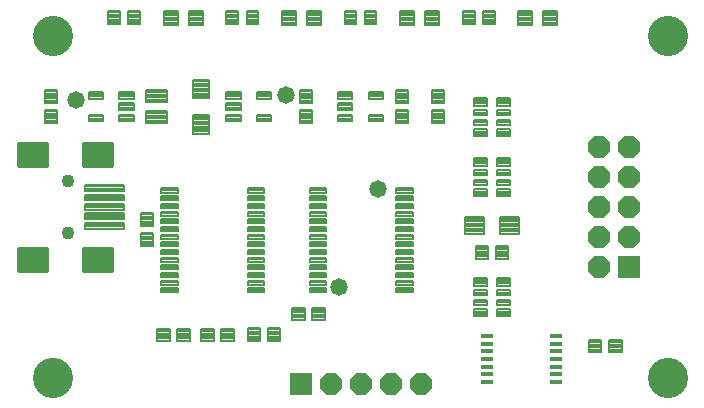
<source format=gts>
G75*
G70*
%OFA0B0*%
%FSLAX24Y24*%
%IPPOS*%
%LPD*%
%AMOC8*
5,1,8,0,0,1.08239X$1,22.5*
%
%ADD10C,0.0081*%
%ADD11C,0.0083*%
%ADD12C,0.0082*%
%ADD13C,0.0082*%
%ADD14R,0.0394X0.0177*%
%ADD15C,0.0087*%
%ADD16C,0.0080*%
%ADD17C,0.0434*%
%ADD18C,0.0081*%
%ADD19C,0.0082*%
%ADD20C,0.0080*%
%ADD21R,0.0720X0.0720*%
%ADD22OC8,0.0720*%
%ADD23C,0.1340*%
%ADD24C,0.0580*%
D10*
X009431Y007830D02*
X009863Y007830D01*
X009863Y007436D01*
X009431Y007436D01*
X009431Y007830D01*
X009431Y007516D02*
X009863Y007516D01*
X009863Y007596D02*
X009431Y007596D01*
X009431Y007676D02*
X009863Y007676D01*
X009863Y007756D02*
X009431Y007756D01*
X010101Y007830D02*
X010533Y007830D01*
X010533Y007436D01*
X010101Y007436D01*
X010101Y007830D01*
X010101Y007516D02*
X010533Y007516D01*
X010533Y007596D02*
X010101Y007596D01*
X010101Y007676D02*
X010533Y007676D01*
X010533Y007756D02*
X010101Y007756D01*
X010881Y007830D02*
X011313Y007830D01*
X011313Y007436D01*
X010881Y007436D01*
X010881Y007830D01*
X010881Y007516D02*
X011313Y007516D01*
X011313Y007596D02*
X010881Y007596D01*
X010881Y007676D02*
X011313Y007676D01*
X011313Y007756D02*
X010881Y007756D01*
X011551Y007830D02*
X011983Y007830D01*
X011983Y007436D01*
X011551Y007436D01*
X011551Y007830D01*
X011551Y007516D02*
X011983Y007516D01*
X011983Y007596D02*
X011551Y007596D01*
X011551Y007676D02*
X011983Y007676D01*
X011983Y007756D02*
X011551Y007756D01*
X012450Y007849D02*
X012844Y007849D01*
X012844Y007417D01*
X012450Y007417D01*
X012450Y007849D01*
X012450Y007497D02*
X012844Y007497D01*
X012844Y007577D02*
X012450Y007577D01*
X012450Y007657D02*
X012844Y007657D01*
X012844Y007737D02*
X012450Y007737D01*
X012450Y007817D02*
X012844Y007817D01*
X013120Y007849D02*
X013514Y007849D01*
X013514Y007417D01*
X013120Y007417D01*
X013120Y007849D01*
X013120Y007497D02*
X013514Y007497D01*
X013514Y007577D02*
X013120Y007577D01*
X013120Y007657D02*
X013514Y007657D01*
X013514Y007737D02*
X013120Y007737D01*
X013120Y007817D02*
X013514Y007817D01*
X013931Y008538D02*
X014363Y008538D01*
X014363Y008144D01*
X013931Y008144D01*
X013931Y008538D01*
X013931Y008224D02*
X014363Y008224D01*
X014363Y008304D02*
X013931Y008304D01*
X013931Y008384D02*
X014363Y008384D01*
X014363Y008464D02*
X013931Y008464D01*
X014601Y008538D02*
X015033Y008538D01*
X015033Y008144D01*
X014601Y008144D01*
X014601Y008538D01*
X014601Y008224D02*
X015033Y008224D01*
X015033Y008304D02*
X014601Y008304D01*
X014601Y008384D02*
X015033Y008384D01*
X015033Y008464D02*
X014601Y008464D01*
X008885Y010582D02*
X008885Y011014D01*
X009279Y011014D01*
X009279Y010582D01*
X008885Y010582D01*
X008885Y010662D02*
X009279Y010662D01*
X009279Y010742D02*
X008885Y010742D01*
X008885Y010822D02*
X009279Y010822D01*
X009279Y010902D02*
X008885Y010902D01*
X008885Y010982D02*
X009279Y010982D01*
X008885Y011251D02*
X008885Y011683D01*
X009279Y011683D01*
X009279Y011251D01*
X008885Y011251D01*
X008885Y011331D02*
X009279Y011331D01*
X009279Y011411D02*
X008885Y011411D01*
X008885Y011491D02*
X009279Y011491D01*
X009279Y011571D02*
X008885Y011571D01*
X008885Y011651D02*
X009279Y011651D01*
X005697Y014690D02*
X005697Y015122D01*
X006091Y015122D01*
X006091Y014690D01*
X005697Y014690D01*
X005697Y014770D02*
X006091Y014770D01*
X006091Y014850D02*
X005697Y014850D01*
X005697Y014930D02*
X006091Y014930D01*
X006091Y015010D02*
X005697Y015010D01*
X005697Y015090D02*
X006091Y015090D01*
X005697Y015360D02*
X005697Y015792D01*
X006091Y015792D01*
X006091Y015360D01*
X005697Y015360D01*
X005697Y015440D02*
X006091Y015440D01*
X006091Y015520D02*
X005697Y015520D01*
X005697Y015600D02*
X006091Y015600D01*
X006091Y015680D02*
X005697Y015680D01*
X005697Y015760D02*
X006091Y015760D01*
X007800Y018415D02*
X008194Y018415D01*
X008194Y017983D01*
X007800Y017983D01*
X007800Y018415D01*
X007800Y018063D02*
X008194Y018063D01*
X008194Y018143D02*
X007800Y018143D01*
X007800Y018223D02*
X008194Y018223D01*
X008194Y018303D02*
X007800Y018303D01*
X007800Y018383D02*
X008194Y018383D01*
X008469Y018415D02*
X008863Y018415D01*
X008863Y017983D01*
X008469Y017983D01*
X008469Y018415D01*
X008469Y018063D02*
X008863Y018063D01*
X008863Y018143D02*
X008469Y018143D01*
X008469Y018223D02*
X008863Y018223D01*
X008863Y018303D02*
X008469Y018303D01*
X008469Y018383D02*
X008863Y018383D01*
X011737Y018415D02*
X012131Y018415D01*
X012131Y017983D01*
X011737Y017983D01*
X011737Y018415D01*
X011737Y018063D02*
X012131Y018063D01*
X012131Y018143D02*
X011737Y018143D01*
X011737Y018223D02*
X012131Y018223D01*
X012131Y018303D02*
X011737Y018303D01*
X011737Y018383D02*
X012131Y018383D01*
X012406Y018415D02*
X012800Y018415D01*
X012800Y017983D01*
X012406Y017983D01*
X012406Y018415D01*
X012406Y018063D02*
X012800Y018063D01*
X012800Y018143D02*
X012406Y018143D01*
X012406Y018223D02*
X012800Y018223D01*
X012800Y018303D02*
X012406Y018303D01*
X012406Y018383D02*
X012800Y018383D01*
X015674Y018415D02*
X016068Y018415D01*
X016068Y017983D01*
X015674Y017983D01*
X015674Y018415D01*
X015674Y018063D02*
X016068Y018063D01*
X016068Y018143D02*
X015674Y018143D01*
X015674Y018223D02*
X016068Y018223D01*
X016068Y018303D02*
X015674Y018303D01*
X015674Y018383D02*
X016068Y018383D01*
X016343Y018415D02*
X016737Y018415D01*
X016737Y017983D01*
X016343Y017983D01*
X016343Y018415D01*
X016343Y018063D02*
X016737Y018063D01*
X016737Y018143D02*
X016343Y018143D01*
X016343Y018223D02*
X016737Y018223D01*
X016737Y018303D02*
X016343Y018303D01*
X016343Y018383D02*
X016737Y018383D01*
X019611Y018415D02*
X020005Y018415D01*
X020005Y017983D01*
X019611Y017983D01*
X019611Y018415D01*
X019611Y018063D02*
X020005Y018063D01*
X020005Y018143D02*
X019611Y018143D01*
X019611Y018223D02*
X020005Y018223D01*
X020005Y018303D02*
X019611Y018303D01*
X019611Y018383D02*
X020005Y018383D01*
X020280Y018415D02*
X020674Y018415D01*
X020674Y017983D01*
X020280Y017983D01*
X020280Y018415D01*
X020280Y018063D02*
X020674Y018063D01*
X020674Y018143D02*
X020280Y018143D01*
X020280Y018223D02*
X020674Y018223D01*
X020674Y018303D02*
X020280Y018303D01*
X020280Y018383D02*
X020674Y018383D01*
X018979Y015792D02*
X018979Y015360D01*
X018585Y015360D01*
X018585Y015792D01*
X018979Y015792D01*
X018979Y015440D02*
X018585Y015440D01*
X018585Y015520D02*
X018979Y015520D01*
X018979Y015600D02*
X018585Y015600D01*
X018585Y015680D02*
X018979Y015680D01*
X018979Y015760D02*
X018585Y015760D01*
X017385Y015792D02*
X017385Y015360D01*
X017385Y015792D02*
X017779Y015792D01*
X017779Y015360D01*
X017385Y015360D01*
X017385Y015440D02*
X017779Y015440D01*
X017779Y015520D02*
X017385Y015520D01*
X017385Y015600D02*
X017779Y015600D01*
X017779Y015680D02*
X017385Y015680D01*
X017385Y015760D02*
X017779Y015760D01*
X017385Y015122D02*
X017385Y014690D01*
X017385Y015122D02*
X017779Y015122D01*
X017779Y014690D01*
X017385Y014690D01*
X017385Y014770D02*
X017779Y014770D01*
X017779Y014850D02*
X017385Y014850D01*
X017385Y014930D02*
X017779Y014930D01*
X017779Y015010D02*
X017385Y015010D01*
X017385Y015090D02*
X017779Y015090D01*
X018979Y015122D02*
X018979Y014690D01*
X018585Y014690D01*
X018585Y015122D01*
X018979Y015122D01*
X018979Y014770D02*
X018585Y014770D01*
X018585Y014850D02*
X018979Y014850D01*
X018979Y014930D02*
X018585Y014930D01*
X018585Y015010D02*
X018979Y015010D01*
X018979Y015090D02*
X018585Y015090D01*
X014197Y015122D02*
X014197Y014690D01*
X014197Y015122D02*
X014591Y015122D01*
X014591Y014690D01*
X014197Y014690D01*
X014197Y014770D02*
X014591Y014770D01*
X014591Y014850D02*
X014197Y014850D01*
X014197Y014930D02*
X014591Y014930D01*
X014591Y015010D02*
X014197Y015010D01*
X014197Y015090D02*
X014591Y015090D01*
X014197Y015360D02*
X014197Y015792D01*
X014591Y015792D01*
X014591Y015360D01*
X014197Y015360D01*
X014197Y015440D02*
X014591Y015440D01*
X014591Y015520D02*
X014197Y015520D01*
X014197Y015600D02*
X014591Y015600D01*
X014591Y015680D02*
X014197Y015680D01*
X014197Y015760D02*
X014591Y015760D01*
X020050Y010599D02*
X020444Y010599D01*
X020444Y010167D01*
X020050Y010167D01*
X020050Y010599D01*
X020050Y010247D02*
X020444Y010247D01*
X020444Y010327D02*
X020050Y010327D01*
X020050Y010407D02*
X020444Y010407D01*
X020444Y010487D02*
X020050Y010487D01*
X020050Y010567D02*
X020444Y010567D01*
X020720Y010599D02*
X021114Y010599D01*
X021114Y010167D01*
X020720Y010167D01*
X020720Y010599D01*
X020720Y010247D02*
X021114Y010247D01*
X021114Y010327D02*
X020720Y010327D01*
X020720Y010407D02*
X021114Y010407D01*
X021114Y010487D02*
X020720Y010487D01*
X020720Y010567D02*
X021114Y010567D01*
X023806Y007061D02*
X024238Y007061D01*
X023806Y007061D02*
X023806Y007455D01*
X024238Y007455D01*
X024238Y007061D01*
X024238Y007141D02*
X023806Y007141D01*
X023806Y007221D02*
X024238Y007221D01*
X024238Y007301D02*
X023806Y007301D01*
X023806Y007381D02*
X024238Y007381D01*
X024476Y007061D02*
X024908Y007061D01*
X024476Y007061D02*
X024476Y007455D01*
X024908Y007455D01*
X024908Y007061D01*
X024908Y007141D02*
X024476Y007141D01*
X024476Y007221D02*
X024908Y007221D01*
X024908Y007301D02*
X024476Y007301D01*
X024476Y007381D02*
X024908Y007381D01*
D11*
X022289Y017964D02*
X022289Y018434D01*
X022759Y018434D01*
X022759Y017964D01*
X022289Y017964D01*
X022289Y018046D02*
X022759Y018046D01*
X022759Y018128D02*
X022289Y018128D01*
X022289Y018210D02*
X022759Y018210D01*
X022759Y018292D02*
X022289Y018292D01*
X022289Y018374D02*
X022759Y018374D01*
X021462Y018434D02*
X021462Y017964D01*
X021462Y018434D02*
X021932Y018434D01*
X021932Y017964D01*
X021462Y017964D01*
X021462Y018046D02*
X021932Y018046D01*
X021932Y018128D02*
X021462Y018128D01*
X021462Y018210D02*
X021932Y018210D01*
X021932Y018292D02*
X021462Y018292D01*
X021462Y018374D02*
X021932Y018374D01*
X018352Y018434D02*
X018352Y017964D01*
X018352Y018434D02*
X018822Y018434D01*
X018822Y017964D01*
X018352Y017964D01*
X018352Y018046D02*
X018822Y018046D01*
X018822Y018128D02*
X018352Y018128D01*
X018352Y018210D02*
X018822Y018210D01*
X018822Y018292D02*
X018352Y018292D01*
X018352Y018374D02*
X018822Y018374D01*
X017525Y018434D02*
X017525Y017964D01*
X017525Y018434D02*
X017995Y018434D01*
X017995Y017964D01*
X017525Y017964D01*
X017525Y018046D02*
X017995Y018046D01*
X017995Y018128D02*
X017525Y018128D01*
X017525Y018210D02*
X017995Y018210D01*
X017995Y018292D02*
X017525Y018292D01*
X017525Y018374D02*
X017995Y018374D01*
X014415Y018434D02*
X014415Y017964D01*
X014415Y018434D02*
X014885Y018434D01*
X014885Y017964D01*
X014415Y017964D01*
X014415Y018046D02*
X014885Y018046D01*
X014885Y018128D02*
X014415Y018128D01*
X014415Y018210D02*
X014885Y018210D01*
X014885Y018292D02*
X014415Y018292D01*
X014415Y018374D02*
X014885Y018374D01*
X013588Y018434D02*
X013588Y017964D01*
X013588Y018434D02*
X014058Y018434D01*
X014058Y017964D01*
X013588Y017964D01*
X013588Y018046D02*
X014058Y018046D01*
X014058Y018128D02*
X013588Y018128D01*
X013588Y018210D02*
X014058Y018210D01*
X014058Y018292D02*
X013588Y018292D01*
X013588Y018374D02*
X014058Y018374D01*
X010478Y018434D02*
X010478Y017964D01*
X010478Y018434D02*
X010948Y018434D01*
X010948Y017964D01*
X010478Y017964D01*
X010478Y018046D02*
X010948Y018046D01*
X010948Y018128D02*
X010478Y018128D01*
X010478Y018210D02*
X010948Y018210D01*
X010948Y018292D02*
X010478Y018292D01*
X010478Y018374D02*
X010948Y018374D01*
X009651Y018434D02*
X009651Y017964D01*
X009651Y018434D02*
X010121Y018434D01*
X010121Y017964D01*
X009651Y017964D01*
X009651Y018046D02*
X010121Y018046D01*
X010121Y018128D02*
X009651Y018128D01*
X009651Y018210D02*
X010121Y018210D01*
X010121Y018292D02*
X009651Y018292D01*
X009651Y018374D02*
X010121Y018374D01*
D12*
X010620Y016146D02*
X010620Y015518D01*
X010620Y016146D02*
X011168Y016146D01*
X011168Y015518D01*
X010620Y015518D01*
X010620Y015599D02*
X011168Y015599D01*
X011168Y015680D02*
X010620Y015680D01*
X010620Y015761D02*
X011168Y015761D01*
X011168Y015842D02*
X010620Y015842D01*
X010620Y015923D02*
X011168Y015923D01*
X011168Y016004D02*
X010620Y016004D01*
X010620Y016085D02*
X011168Y016085D01*
X011168Y014965D02*
X011168Y014337D01*
X010620Y014337D01*
X010620Y014965D01*
X011168Y014965D01*
X011168Y014418D02*
X010620Y014418D01*
X010620Y014499D02*
X011168Y014499D01*
X011168Y014580D02*
X010620Y014580D01*
X010620Y014661D02*
X011168Y014661D01*
X011168Y014742D02*
X010620Y014742D01*
X010620Y014823D02*
X011168Y014823D01*
X011168Y014904D02*
X010620Y014904D01*
X019678Y011009D02*
X020306Y011009D01*
X019678Y011009D02*
X019678Y011557D01*
X020306Y011557D01*
X020306Y011009D01*
X020306Y011090D02*
X019678Y011090D01*
X019678Y011171D02*
X020306Y011171D01*
X020306Y011252D02*
X019678Y011252D01*
X019678Y011333D02*
X020306Y011333D01*
X020306Y011414D02*
X019678Y011414D01*
X019678Y011495D02*
X020306Y011495D01*
X020859Y011557D02*
X021487Y011557D01*
X021487Y011009D01*
X020859Y011009D01*
X020859Y011557D01*
X020859Y011090D02*
X021487Y011090D01*
X021487Y011171D02*
X020859Y011171D01*
X020859Y011252D02*
X021487Y011252D01*
X021487Y011333D02*
X020859Y011333D01*
X020859Y011414D02*
X021487Y011414D01*
X021487Y011495D02*
X020859Y011495D01*
D13*
X009743Y014691D02*
X009045Y014691D01*
X009045Y015091D01*
X009743Y015091D01*
X009743Y014691D01*
X009743Y014772D02*
X009045Y014772D01*
X009045Y014853D02*
X009743Y014853D01*
X009743Y014934D02*
X009045Y014934D01*
X009045Y015015D02*
X009743Y015015D01*
X009743Y015391D02*
X009045Y015391D01*
X009045Y015791D01*
X009743Y015791D01*
X009743Y015391D01*
X009743Y015472D02*
X009045Y015472D01*
X009045Y015553D02*
X009743Y015553D01*
X009743Y015634D02*
X009045Y015634D01*
X009045Y015715D02*
X009743Y015715D01*
D14*
X020431Y007600D03*
X020431Y007344D03*
X020431Y007089D03*
X020431Y006833D03*
X020431Y006577D03*
X020431Y006321D03*
X020431Y006065D03*
X022734Y006065D03*
X022734Y006321D03*
X022734Y006577D03*
X022734Y006833D03*
X022734Y007089D03*
X022734Y007344D03*
X022734Y007600D03*
D15*
X006957Y009758D02*
X006957Y010538D01*
X007935Y010538D01*
X007935Y009758D01*
X006957Y009758D01*
X006957Y009844D02*
X007935Y009844D01*
X007935Y009930D02*
X006957Y009930D01*
X006957Y010016D02*
X007935Y010016D01*
X007935Y010102D02*
X006957Y010102D01*
X006957Y010188D02*
X007935Y010188D01*
X007935Y010274D02*
X006957Y010274D01*
X006957Y010360D02*
X007935Y010360D01*
X007935Y010446D02*
X006957Y010446D01*
X006957Y010532D02*
X007935Y010532D01*
X004791Y010538D02*
X004791Y009758D01*
X004791Y010538D02*
X005769Y010538D01*
X005769Y009758D01*
X004791Y009758D01*
X004791Y009844D02*
X005769Y009844D01*
X005769Y009930D02*
X004791Y009930D01*
X004791Y010016D02*
X005769Y010016D01*
X005769Y010102D02*
X004791Y010102D01*
X004791Y010188D02*
X005769Y010188D01*
X005769Y010274D02*
X004791Y010274D01*
X004791Y010360D02*
X005769Y010360D01*
X005769Y010446D02*
X004791Y010446D01*
X004791Y010532D02*
X005769Y010532D01*
X004791Y013261D02*
X004791Y014041D01*
X005769Y014041D01*
X005769Y013261D01*
X004791Y013261D01*
X004791Y013347D02*
X005769Y013347D01*
X005769Y013433D02*
X004791Y013433D01*
X004791Y013519D02*
X005769Y013519D01*
X005769Y013605D02*
X004791Y013605D01*
X004791Y013691D02*
X005769Y013691D01*
X005769Y013777D02*
X004791Y013777D01*
X004791Y013863D02*
X005769Y013863D01*
X005769Y013949D02*
X004791Y013949D01*
X004791Y014035D02*
X005769Y014035D01*
X006957Y014041D02*
X006957Y013261D01*
X006957Y014041D02*
X007935Y014041D01*
X007935Y013261D01*
X006957Y013261D01*
X006957Y013347D02*
X007935Y013347D01*
X007935Y013433D02*
X006957Y013433D01*
X006957Y013519D02*
X007935Y013519D01*
X007935Y013605D02*
X006957Y013605D01*
X006957Y013691D02*
X007935Y013691D01*
X007935Y013777D02*
X006957Y013777D01*
X006957Y013863D02*
X007935Y013863D01*
X007935Y013949D02*
X006957Y013949D01*
X006957Y014035D02*
X007935Y014035D01*
D16*
X007033Y012627D02*
X007033Y012431D01*
X007033Y012627D02*
X008331Y012627D01*
X008331Y012431D01*
X007033Y012431D01*
X007033Y012510D02*
X008331Y012510D01*
X008331Y012589D02*
X007033Y012589D01*
X007033Y012312D02*
X007033Y012116D01*
X007033Y012312D02*
X008331Y012312D01*
X008331Y012116D01*
X007033Y012116D01*
X007033Y012195D02*
X008331Y012195D01*
X008331Y012274D02*
X007033Y012274D01*
X007033Y011998D02*
X007033Y011802D01*
X007033Y011998D02*
X008331Y011998D01*
X008331Y011802D01*
X007033Y011802D01*
X007033Y011881D02*
X008331Y011881D01*
X008331Y011960D02*
X007033Y011960D01*
X007033Y011683D02*
X007033Y011487D01*
X007033Y011683D02*
X008331Y011683D01*
X008331Y011487D01*
X007033Y011487D01*
X007033Y011566D02*
X008331Y011566D01*
X008331Y011645D02*
X007033Y011645D01*
X007033Y011368D02*
X007033Y011172D01*
X007033Y011368D02*
X008331Y011368D01*
X008331Y011172D01*
X007033Y011172D01*
X007033Y011251D02*
X008331Y011251D01*
X008331Y011330D02*
X007033Y011330D01*
X010118Y011354D02*
X010118Y011490D01*
X010118Y011354D02*
X009568Y011354D01*
X009568Y011490D01*
X010118Y011490D01*
X010118Y011433D02*
X009568Y011433D01*
X010118Y011610D02*
X010118Y011746D01*
X010118Y011610D02*
X009568Y011610D01*
X009568Y011746D01*
X010118Y011746D01*
X010118Y011689D02*
X009568Y011689D01*
X010118Y011866D02*
X010118Y012002D01*
X010118Y011866D02*
X009568Y011866D01*
X009568Y012002D01*
X010118Y012002D01*
X010118Y011945D02*
X009568Y011945D01*
X010118Y012122D02*
X010118Y012258D01*
X010118Y012122D02*
X009568Y012122D01*
X009568Y012258D01*
X010118Y012258D01*
X010118Y012201D02*
X009568Y012201D01*
X010118Y012378D02*
X010118Y012514D01*
X010118Y012378D02*
X009568Y012378D01*
X009568Y012514D01*
X010118Y012514D01*
X010118Y012457D02*
X009568Y012457D01*
X010118Y011234D02*
X010118Y011098D01*
X009568Y011098D01*
X009568Y011234D01*
X010118Y011234D01*
X010118Y011177D02*
X009568Y011177D01*
X010118Y010979D02*
X010118Y010843D01*
X009568Y010843D01*
X009568Y010979D01*
X010118Y010979D01*
X010118Y010922D02*
X009568Y010922D01*
X010118Y010723D02*
X010118Y010587D01*
X009568Y010587D01*
X009568Y010723D01*
X010118Y010723D01*
X010118Y010666D02*
X009568Y010666D01*
X010118Y010467D02*
X010118Y010331D01*
X009568Y010331D01*
X009568Y010467D01*
X010118Y010467D01*
X010118Y010410D02*
X009568Y010410D01*
X010118Y010211D02*
X010118Y010075D01*
X009568Y010075D01*
X009568Y010211D01*
X010118Y010211D01*
X010118Y010154D02*
X009568Y010154D01*
X010118Y009955D02*
X010118Y009819D01*
X009568Y009819D01*
X009568Y009955D01*
X010118Y009955D01*
X010118Y009898D02*
X009568Y009898D01*
X010118Y009699D02*
X010118Y009563D01*
X009568Y009563D01*
X009568Y009699D01*
X010118Y009699D01*
X010118Y009642D02*
X009568Y009642D01*
X010118Y009443D02*
X010118Y009307D01*
X009568Y009307D01*
X009568Y009443D01*
X010118Y009443D01*
X010118Y009386D02*
X009568Y009386D01*
X010118Y009187D02*
X010118Y009051D01*
X009568Y009051D01*
X009568Y009187D01*
X010118Y009187D01*
X010118Y009130D02*
X009568Y009130D01*
X012996Y009187D02*
X012996Y009051D01*
X012446Y009051D01*
X012446Y009187D01*
X012996Y009187D01*
X012996Y009130D02*
X012446Y009130D01*
X012996Y009307D02*
X012996Y009443D01*
X012996Y009307D02*
X012446Y009307D01*
X012446Y009443D01*
X012996Y009443D01*
X012996Y009386D02*
X012446Y009386D01*
X012996Y009563D02*
X012996Y009699D01*
X012996Y009563D02*
X012446Y009563D01*
X012446Y009699D01*
X012996Y009699D01*
X012996Y009642D02*
X012446Y009642D01*
X012996Y009819D02*
X012996Y009955D01*
X012996Y009819D02*
X012446Y009819D01*
X012446Y009955D01*
X012996Y009955D01*
X012996Y009898D02*
X012446Y009898D01*
X012996Y010075D02*
X012996Y010211D01*
X012996Y010075D02*
X012446Y010075D01*
X012446Y010211D01*
X012996Y010211D01*
X012996Y010154D02*
X012446Y010154D01*
X012996Y010331D02*
X012996Y010467D01*
X012996Y010331D02*
X012446Y010331D01*
X012446Y010467D01*
X012996Y010467D01*
X012996Y010410D02*
X012446Y010410D01*
X012996Y010587D02*
X012996Y010723D01*
X012996Y010587D02*
X012446Y010587D01*
X012446Y010723D01*
X012996Y010723D01*
X012996Y010666D02*
X012446Y010666D01*
X012996Y010843D02*
X012996Y010979D01*
X012996Y010843D02*
X012446Y010843D01*
X012446Y010979D01*
X012996Y010979D01*
X012996Y010922D02*
X012446Y010922D01*
X012996Y011098D02*
X012996Y011234D01*
X012996Y011098D02*
X012446Y011098D01*
X012446Y011234D01*
X012996Y011234D01*
X012996Y011177D02*
X012446Y011177D01*
X012996Y011354D02*
X012996Y011490D01*
X012996Y011354D02*
X012446Y011354D01*
X012446Y011490D01*
X012996Y011490D01*
X012996Y011433D02*
X012446Y011433D01*
X012996Y011610D02*
X012996Y011746D01*
X012996Y011610D02*
X012446Y011610D01*
X012446Y011746D01*
X012996Y011746D01*
X012996Y011689D02*
X012446Y011689D01*
X012996Y011866D02*
X012996Y012002D01*
X012996Y011866D02*
X012446Y011866D01*
X012446Y012002D01*
X012996Y012002D01*
X012996Y011945D02*
X012446Y011945D01*
X012996Y012122D02*
X012996Y012258D01*
X012996Y012122D02*
X012446Y012122D01*
X012446Y012258D01*
X012996Y012258D01*
X012996Y012201D02*
X012446Y012201D01*
X012996Y012378D02*
X012996Y012514D01*
X012996Y012378D02*
X012446Y012378D01*
X012446Y012514D01*
X012996Y012514D01*
X012996Y012457D02*
X012446Y012457D01*
X014518Y012514D02*
X014518Y012378D01*
X014518Y012514D02*
X015068Y012514D01*
X015068Y012378D01*
X014518Y012378D01*
X014518Y012457D02*
X015068Y012457D01*
X014518Y012258D02*
X014518Y012122D01*
X014518Y012258D02*
X015068Y012258D01*
X015068Y012122D01*
X014518Y012122D01*
X014518Y012201D02*
X015068Y012201D01*
X014518Y012002D02*
X014518Y011866D01*
X014518Y012002D02*
X015068Y012002D01*
X015068Y011866D01*
X014518Y011866D01*
X014518Y011945D02*
X015068Y011945D01*
X014518Y011746D02*
X014518Y011610D01*
X014518Y011746D02*
X015068Y011746D01*
X015068Y011610D01*
X014518Y011610D01*
X014518Y011689D02*
X015068Y011689D01*
X014518Y011490D02*
X014518Y011354D01*
X014518Y011490D02*
X015068Y011490D01*
X015068Y011354D01*
X014518Y011354D01*
X014518Y011433D02*
X015068Y011433D01*
X014518Y011234D02*
X014518Y011098D01*
X014518Y011234D02*
X015068Y011234D01*
X015068Y011098D01*
X014518Y011098D01*
X014518Y011177D02*
X015068Y011177D01*
X014518Y010979D02*
X014518Y010843D01*
X014518Y010979D02*
X015068Y010979D01*
X015068Y010843D01*
X014518Y010843D01*
X014518Y010922D02*
X015068Y010922D01*
X014518Y010723D02*
X014518Y010587D01*
X014518Y010723D02*
X015068Y010723D01*
X015068Y010587D01*
X014518Y010587D01*
X014518Y010666D02*
X015068Y010666D01*
X014518Y010467D02*
X014518Y010331D01*
X014518Y010467D02*
X015068Y010467D01*
X015068Y010331D01*
X014518Y010331D01*
X014518Y010410D02*
X015068Y010410D01*
X014518Y010211D02*
X014518Y010075D01*
X014518Y010211D02*
X015068Y010211D01*
X015068Y010075D01*
X014518Y010075D01*
X014518Y010154D02*
X015068Y010154D01*
X014518Y009955D02*
X014518Y009819D01*
X014518Y009955D02*
X015068Y009955D01*
X015068Y009819D01*
X014518Y009819D01*
X014518Y009898D02*
X015068Y009898D01*
X014518Y009699D02*
X014518Y009563D01*
X014518Y009699D02*
X015068Y009699D01*
X015068Y009563D01*
X014518Y009563D01*
X014518Y009642D02*
X015068Y009642D01*
X014518Y009443D02*
X014518Y009307D01*
X014518Y009443D02*
X015068Y009443D01*
X015068Y009307D01*
X014518Y009307D01*
X014518Y009386D02*
X015068Y009386D01*
X014518Y009187D02*
X014518Y009051D01*
X014518Y009187D02*
X015068Y009187D01*
X015068Y009051D01*
X014518Y009051D01*
X014518Y009130D02*
X015068Y009130D01*
X017396Y009187D02*
X017396Y009051D01*
X017396Y009187D02*
X017946Y009187D01*
X017946Y009051D01*
X017396Y009051D01*
X017396Y009130D02*
X017946Y009130D01*
X017396Y009307D02*
X017396Y009443D01*
X017946Y009443D01*
X017946Y009307D01*
X017396Y009307D01*
X017396Y009386D02*
X017946Y009386D01*
X017396Y009563D02*
X017396Y009699D01*
X017946Y009699D01*
X017946Y009563D01*
X017396Y009563D01*
X017396Y009642D02*
X017946Y009642D01*
X017396Y009819D02*
X017396Y009955D01*
X017946Y009955D01*
X017946Y009819D01*
X017396Y009819D01*
X017396Y009898D02*
X017946Y009898D01*
X017396Y010075D02*
X017396Y010211D01*
X017946Y010211D01*
X017946Y010075D01*
X017396Y010075D01*
X017396Y010154D02*
X017946Y010154D01*
X017396Y010331D02*
X017396Y010467D01*
X017946Y010467D01*
X017946Y010331D01*
X017396Y010331D01*
X017396Y010410D02*
X017946Y010410D01*
X017396Y010587D02*
X017396Y010723D01*
X017946Y010723D01*
X017946Y010587D01*
X017396Y010587D01*
X017396Y010666D02*
X017946Y010666D01*
X017396Y010843D02*
X017396Y010979D01*
X017946Y010979D01*
X017946Y010843D01*
X017396Y010843D01*
X017396Y010922D02*
X017946Y010922D01*
X017396Y011098D02*
X017396Y011234D01*
X017946Y011234D01*
X017946Y011098D01*
X017396Y011098D01*
X017396Y011177D02*
X017946Y011177D01*
X017396Y011354D02*
X017396Y011490D01*
X017946Y011490D01*
X017946Y011354D01*
X017396Y011354D01*
X017396Y011433D02*
X017946Y011433D01*
X017396Y011610D02*
X017396Y011746D01*
X017946Y011746D01*
X017946Y011610D01*
X017396Y011610D01*
X017396Y011689D02*
X017946Y011689D01*
X017396Y011866D02*
X017396Y012002D01*
X017946Y012002D01*
X017946Y011866D01*
X017396Y011866D01*
X017396Y011945D02*
X017946Y011945D01*
X017396Y012122D02*
X017396Y012258D01*
X017946Y012258D01*
X017946Y012122D01*
X017396Y012122D01*
X017396Y012201D02*
X017946Y012201D01*
X017396Y012378D02*
X017396Y012514D01*
X017946Y012514D01*
X017946Y012378D01*
X017396Y012378D01*
X017396Y012457D02*
X017946Y012457D01*
D17*
X006461Y012766D03*
X006461Y011033D03*
D18*
X019972Y012639D02*
X019972Y012811D01*
X020424Y012811D01*
X020424Y012639D01*
X019972Y012639D01*
X019972Y012719D02*
X020424Y012719D01*
X020424Y012799D02*
X019972Y012799D01*
X019972Y012954D02*
X019972Y013126D01*
X020424Y013126D01*
X020424Y012954D01*
X019972Y012954D01*
X019972Y013034D02*
X020424Y013034D01*
X020424Y013114D02*
X019972Y013114D01*
X020740Y013126D02*
X020740Y012954D01*
X020740Y013126D02*
X021192Y013126D01*
X021192Y012954D01*
X020740Y012954D01*
X020740Y013034D02*
X021192Y013034D01*
X021192Y013114D02*
X020740Y013114D01*
X020740Y012811D02*
X020740Y012639D01*
X020740Y012811D02*
X021192Y012811D01*
X021192Y012639D01*
X020740Y012639D01*
X020740Y012719D02*
X021192Y012719D01*
X021192Y012799D02*
X020740Y012799D01*
X020740Y014639D02*
X020740Y014811D01*
X021192Y014811D01*
X021192Y014639D01*
X020740Y014639D01*
X020740Y014719D02*
X021192Y014719D01*
X021192Y014799D02*
X020740Y014799D01*
X020740Y014954D02*
X020740Y015126D01*
X021192Y015126D01*
X021192Y014954D01*
X020740Y014954D01*
X020740Y015034D02*
X021192Y015034D01*
X021192Y015114D02*
X020740Y015114D01*
X019972Y015126D02*
X019972Y014954D01*
X019972Y015126D02*
X020424Y015126D01*
X020424Y014954D01*
X019972Y014954D01*
X019972Y015034D02*
X020424Y015034D01*
X020424Y015114D02*
X019972Y015114D01*
X019972Y014811D02*
X019972Y014639D01*
X019972Y014811D02*
X020424Y014811D01*
X020424Y014639D01*
X019972Y014639D01*
X019972Y014719D02*
X020424Y014719D01*
X020424Y014799D02*
X019972Y014799D01*
X019972Y009126D02*
X019972Y008954D01*
X019972Y009126D02*
X020424Y009126D01*
X020424Y008954D01*
X019972Y008954D01*
X019972Y009034D02*
X020424Y009034D01*
X020424Y009114D02*
X019972Y009114D01*
X019972Y008811D02*
X019972Y008639D01*
X019972Y008811D02*
X020424Y008811D01*
X020424Y008639D01*
X019972Y008639D01*
X019972Y008719D02*
X020424Y008719D01*
X020424Y008799D02*
X019972Y008799D01*
X020740Y008811D02*
X020740Y008639D01*
X020740Y008811D02*
X021192Y008811D01*
X021192Y008639D01*
X020740Y008639D01*
X020740Y008719D02*
X021192Y008719D01*
X021192Y008799D02*
X020740Y008799D01*
X020740Y008954D02*
X020740Y009126D01*
X021192Y009126D01*
X021192Y008954D01*
X020740Y008954D01*
X020740Y009034D02*
X021192Y009034D01*
X021192Y009114D02*
X020740Y009114D01*
D19*
X020741Y009269D02*
X020741Y009515D01*
X021191Y009515D01*
X021191Y009269D01*
X020741Y009269D01*
X020741Y009350D02*
X021191Y009350D01*
X021191Y009431D02*
X020741Y009431D01*
X020741Y009512D02*
X021191Y009512D01*
X019973Y009515D02*
X019973Y009269D01*
X019973Y009515D02*
X020423Y009515D01*
X020423Y009269D01*
X019973Y009269D01*
X019973Y009350D02*
X020423Y009350D01*
X020423Y009431D02*
X019973Y009431D01*
X019973Y009512D02*
X020423Y009512D01*
X019973Y008496D02*
X019973Y008250D01*
X019973Y008496D02*
X020423Y008496D01*
X020423Y008250D01*
X019973Y008250D01*
X019973Y008331D02*
X020423Y008331D01*
X020423Y008412D02*
X019973Y008412D01*
X019973Y008493D02*
X020423Y008493D01*
X020741Y008496D02*
X020741Y008250D01*
X020741Y008496D02*
X021191Y008496D01*
X021191Y008250D01*
X020741Y008250D01*
X020741Y008331D02*
X021191Y008331D01*
X021191Y008412D02*
X020741Y008412D01*
X020741Y008493D02*
X021191Y008493D01*
X020741Y012250D02*
X020741Y012496D01*
X021191Y012496D01*
X021191Y012250D01*
X020741Y012250D01*
X020741Y012331D02*
X021191Y012331D01*
X021191Y012412D02*
X020741Y012412D01*
X020741Y012493D02*
X021191Y012493D01*
X019973Y012496D02*
X019973Y012250D01*
X019973Y012496D02*
X020423Y012496D01*
X020423Y012250D01*
X019973Y012250D01*
X019973Y012331D02*
X020423Y012331D01*
X020423Y012412D02*
X019973Y012412D01*
X019973Y012493D02*
X020423Y012493D01*
X019973Y013269D02*
X019973Y013515D01*
X020423Y013515D01*
X020423Y013269D01*
X019973Y013269D01*
X019973Y013350D02*
X020423Y013350D01*
X020423Y013431D02*
X019973Y013431D01*
X019973Y013512D02*
X020423Y013512D01*
X020741Y013515D02*
X020741Y013269D01*
X020741Y013515D02*
X021191Y013515D01*
X021191Y013269D01*
X020741Y013269D01*
X020741Y013350D02*
X021191Y013350D01*
X021191Y013431D02*
X020741Y013431D01*
X020741Y013512D02*
X021191Y013512D01*
X020741Y014250D02*
X020741Y014496D01*
X021191Y014496D01*
X021191Y014250D01*
X020741Y014250D01*
X020741Y014331D02*
X021191Y014331D01*
X021191Y014412D02*
X020741Y014412D01*
X020741Y014493D02*
X021191Y014493D01*
X019973Y014496D02*
X019973Y014250D01*
X019973Y014496D02*
X020423Y014496D01*
X020423Y014250D01*
X019973Y014250D01*
X019973Y014331D02*
X020423Y014331D01*
X020423Y014412D02*
X019973Y014412D01*
X019973Y014493D02*
X020423Y014493D01*
X019973Y015269D02*
X019973Y015515D01*
X020423Y015515D01*
X020423Y015269D01*
X019973Y015269D01*
X019973Y015350D02*
X020423Y015350D01*
X020423Y015431D02*
X019973Y015431D01*
X019973Y015512D02*
X020423Y015512D01*
X020741Y015515D02*
X020741Y015269D01*
X020741Y015515D02*
X021191Y015515D01*
X021191Y015269D01*
X020741Y015269D01*
X020741Y015350D02*
X021191Y015350D01*
X021191Y015431D02*
X020741Y015431D01*
X020741Y015512D02*
X021191Y015512D01*
D20*
X016481Y015507D02*
X016481Y015723D01*
X016953Y015723D01*
X016953Y015507D01*
X016481Y015507D01*
X016481Y015586D02*
X016953Y015586D01*
X016953Y015665D02*
X016481Y015665D01*
X015458Y015723D02*
X015458Y015507D01*
X015458Y015723D02*
X015930Y015723D01*
X015930Y015507D01*
X015458Y015507D01*
X015458Y015586D02*
X015930Y015586D01*
X015930Y015665D02*
X015458Y015665D01*
X015458Y015349D02*
X015458Y015133D01*
X015458Y015349D02*
X015930Y015349D01*
X015930Y015133D01*
X015458Y015133D01*
X015458Y015212D02*
X015930Y015212D01*
X015930Y015291D02*
X015458Y015291D01*
X015458Y014975D02*
X015458Y014759D01*
X015458Y014975D02*
X015930Y014975D01*
X015930Y014759D01*
X015458Y014759D01*
X015458Y014838D02*
X015930Y014838D01*
X015930Y014917D02*
X015458Y014917D01*
X016481Y014975D02*
X016481Y014759D01*
X016481Y014975D02*
X016953Y014975D01*
X016953Y014759D01*
X016481Y014759D01*
X016481Y014838D02*
X016953Y014838D01*
X016953Y014917D02*
X016481Y014917D01*
X012758Y014975D02*
X012758Y014759D01*
X012758Y014975D02*
X013230Y014975D01*
X013230Y014759D01*
X012758Y014759D01*
X012758Y014838D02*
X013230Y014838D01*
X013230Y014917D02*
X012758Y014917D01*
X012758Y015507D02*
X012758Y015723D01*
X013230Y015723D01*
X013230Y015507D01*
X012758Y015507D01*
X012758Y015586D02*
X013230Y015586D01*
X013230Y015665D02*
X012758Y015665D01*
X011734Y015723D02*
X011734Y015507D01*
X011734Y015723D02*
X012206Y015723D01*
X012206Y015507D01*
X011734Y015507D01*
X011734Y015586D02*
X012206Y015586D01*
X012206Y015665D02*
X011734Y015665D01*
X011734Y015349D02*
X011734Y015133D01*
X011734Y015349D02*
X012206Y015349D01*
X012206Y015133D01*
X011734Y015133D01*
X011734Y015212D02*
X012206Y015212D01*
X012206Y015291D02*
X011734Y015291D01*
X011734Y014975D02*
X011734Y014759D01*
X011734Y014975D02*
X012206Y014975D01*
X012206Y014759D01*
X011734Y014759D01*
X011734Y014838D02*
X012206Y014838D01*
X012206Y014917D02*
X011734Y014917D01*
X008642Y014975D02*
X008642Y014759D01*
X008170Y014759D01*
X008170Y014975D01*
X008642Y014975D01*
X008642Y014838D02*
X008170Y014838D01*
X008170Y014917D02*
X008642Y014917D01*
X008642Y015133D02*
X008642Y015349D01*
X008642Y015133D02*
X008170Y015133D01*
X008170Y015349D01*
X008642Y015349D01*
X008642Y015212D02*
X008170Y015212D01*
X008170Y015291D02*
X008642Y015291D01*
X008642Y015507D02*
X008642Y015723D01*
X008642Y015507D02*
X008170Y015507D01*
X008170Y015723D01*
X008642Y015723D01*
X008642Y015586D02*
X008170Y015586D01*
X008170Y015665D02*
X008642Y015665D01*
X007619Y015723D02*
X007619Y015507D01*
X007147Y015507D01*
X007147Y015723D01*
X007619Y015723D01*
X007619Y015586D02*
X007147Y015586D01*
X007147Y015665D02*
X007619Y015665D01*
X007619Y014975D02*
X007619Y014759D01*
X007147Y014759D01*
X007147Y014975D01*
X007619Y014975D01*
X007619Y014838D02*
X007147Y014838D01*
X007147Y014917D02*
X007619Y014917D01*
D21*
X014205Y005994D03*
X025170Y009900D03*
D22*
X024170Y009900D03*
X024170Y010900D03*
X025170Y010900D03*
X025170Y011900D03*
X024170Y011900D03*
X024170Y012900D03*
X025170Y012900D03*
X025170Y013900D03*
X024170Y013900D03*
X018205Y005994D03*
X017205Y005994D03*
X016205Y005994D03*
X015205Y005994D03*
D23*
X005969Y006191D03*
X026442Y006191D03*
X026442Y017608D03*
X005969Y017608D03*
D24*
X006732Y015458D03*
X013707Y015616D03*
X016782Y012483D03*
X015482Y009233D03*
M02*

</source>
